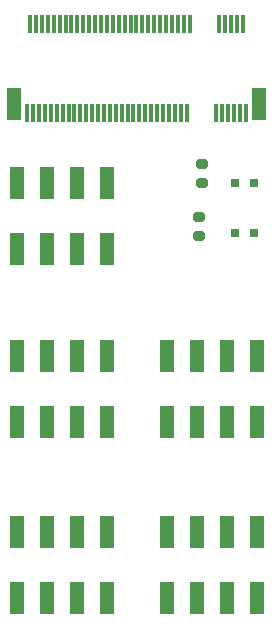
<source format=gbr>
%TF.GenerationSoftware,KiCad,Pcbnew,7.0.5*%
%TF.CreationDate,2023-08-28T16:34:51-05:00*%
%TF.ProjectId,Chimera_0003_Hydra,4368696d-6572-4615-9f30-3030335f4879,rev?*%
%TF.SameCoordinates,Original*%
%TF.FileFunction,Paste,Top*%
%TF.FilePolarity,Positive*%
%FSLAX46Y46*%
G04 Gerber Fmt 4.6, Leading zero omitted, Abs format (unit mm)*
G04 Created by KiCad (PCBNEW 7.0.5) date 2023-08-28 16:34:51*
%MOMM*%
%LPD*%
G01*
G04 APERTURE LIST*
G04 Aperture macros list*
%AMRoundRect*
0 Rectangle with rounded corners*
0 $1 Rounding radius*
0 $2 $3 $4 $5 $6 $7 $8 $9 X,Y pos of 4 corners*
0 Add a 4 corners polygon primitive as box body*
4,1,4,$2,$3,$4,$5,$6,$7,$8,$9,$2,$3,0*
0 Add four circle primitives for the rounded corners*
1,1,$1+$1,$2,$3*
1,1,$1+$1,$4,$5*
1,1,$1+$1,$6,$7*
1,1,$1+$1,$8,$9*
0 Add four rect primitives between the rounded corners*
20,1,$1+$1,$2,$3,$4,$5,0*
20,1,$1+$1,$4,$5,$6,$7,0*
20,1,$1+$1,$6,$7,$8,$9,0*
20,1,$1+$1,$8,$9,$2,$3,0*%
G04 Aperture macros list end*
%ADD10R,1.270003X2.800000*%
%ADD11R,1.300000X2.800000*%
%ADD12R,0.300000X1.550013*%
%ADD13R,0.300000X1.524003*%
%ADD14RoundRect,0.200000X-0.275000X0.200000X-0.275000X-0.200000X0.275000X-0.200000X0.275000X0.200000X0*%
%ADD15R,0.800000X0.800000*%
G04 APERTURE END LIST*
D10*
%TO.C,X3*%
X107480011Y-122999796D03*
X107480011Y-128600000D03*
X104940005Y-122999796D03*
X104940005Y-128600000D03*
X102400000Y-122999796D03*
X102400000Y-128600000D03*
X110020016Y-128600000D03*
X110020016Y-123005892D03*
%TD*%
%TO.C,X2*%
X120170003Y-137899898D03*
X120170003Y-143500102D03*
X117629997Y-137899898D03*
X117629997Y-143500102D03*
X115089992Y-137899898D03*
X115089992Y-143500102D03*
X122710008Y-143500102D03*
X122710008Y-137905994D03*
%TD*%
D11*
%TO.C,CN1*%
X122849913Y-101675111D03*
X102149887Y-101675111D03*
D12*
X121749836Y-102400029D03*
X121499900Y-94850117D03*
X121249964Y-102400029D03*
X120999773Y-94850117D03*
X120749836Y-102400029D03*
X120499900Y-94850117D03*
X120249964Y-102400029D03*
X119999773Y-94850117D03*
X119749836Y-102400029D03*
X119499900Y-94850117D03*
X119249964Y-102400029D03*
X116999773Y-94850117D03*
X116749836Y-102400029D03*
X116499900Y-94850117D03*
X116249964Y-102400029D03*
X115999773Y-94850117D03*
X115749836Y-102400029D03*
X115499900Y-94850117D03*
X115249964Y-102400029D03*
X114999773Y-94850117D03*
X114749836Y-102400029D03*
X114499900Y-94850117D03*
X114249964Y-102400029D03*
X113999773Y-94850117D03*
X113749836Y-102400029D03*
X113499900Y-94850117D03*
X113249964Y-102400029D03*
X112999773Y-94850117D03*
X112749836Y-102400029D03*
X112499900Y-94850117D03*
X112249964Y-102400029D03*
X111999773Y-94850117D03*
X111749836Y-102400029D03*
X111499900Y-94850371D03*
X111249964Y-102400029D03*
X110999773Y-94850371D03*
X110749836Y-102400029D03*
X110499900Y-94850371D03*
X110249964Y-102400029D03*
X109999773Y-94850371D03*
X109749836Y-102400029D03*
X109499900Y-94850371D03*
X109249964Y-102400029D03*
X108999773Y-94850371D03*
X108749836Y-102400029D03*
X108499900Y-94850371D03*
X108249964Y-102400029D03*
X107999773Y-94850371D03*
X107749836Y-102400029D03*
X107499900Y-94850371D03*
X105249964Y-102400029D03*
X104999773Y-94850371D03*
X104749836Y-102400029D03*
X104499900Y-94850371D03*
X104249964Y-102400029D03*
X103999773Y-94850371D03*
X103749836Y-102400029D03*
X103499900Y-94850371D03*
X103249964Y-102400029D03*
D13*
X105749836Y-102400283D03*
X106249964Y-102400283D03*
X106749836Y-102400283D03*
X107249964Y-102400283D03*
X105499900Y-94850371D03*
X105999773Y-94850371D03*
X106499900Y-94850371D03*
X106999773Y-94850371D03*
%TD*%
D14*
%TO.C,R1*%
X117772500Y-111175000D03*
X117772500Y-112825000D03*
%TD*%
%TO.C,R2*%
X118022500Y-106675000D03*
X118022500Y-108325000D03*
%TD*%
D10*
%TO.C,X4*%
X120180011Y-122999796D03*
X120180011Y-128600000D03*
X117640005Y-122999796D03*
X117640005Y-128600000D03*
X115100000Y-122999796D03*
X115100000Y-128600000D03*
X122720016Y-128600000D03*
X122720016Y-123005892D03*
%TD*%
%TO.C,X5*%
X107480011Y-108299796D03*
X107480011Y-113900000D03*
X104940005Y-108299796D03*
X104940005Y-113900000D03*
X102400000Y-108299796D03*
X102400000Y-113900000D03*
X110020016Y-113900000D03*
X110020016Y-108305892D03*
%TD*%
D15*
%TO.C,LED1*%
X120872533Y-108325029D03*
X122471467Y-108318171D03*
%TD*%
D10*
%TO.C,X1*%
X107460003Y-137899798D03*
X107460003Y-143500002D03*
X104919997Y-137899798D03*
X104919997Y-143500002D03*
X102379992Y-137899798D03*
X102379992Y-143500002D03*
X110000008Y-143500002D03*
X110000008Y-137905894D03*
%TD*%
D15*
%TO.C,LED2*%
X120872533Y-112575029D03*
X122471467Y-112568171D03*
%TD*%
M02*

</source>
